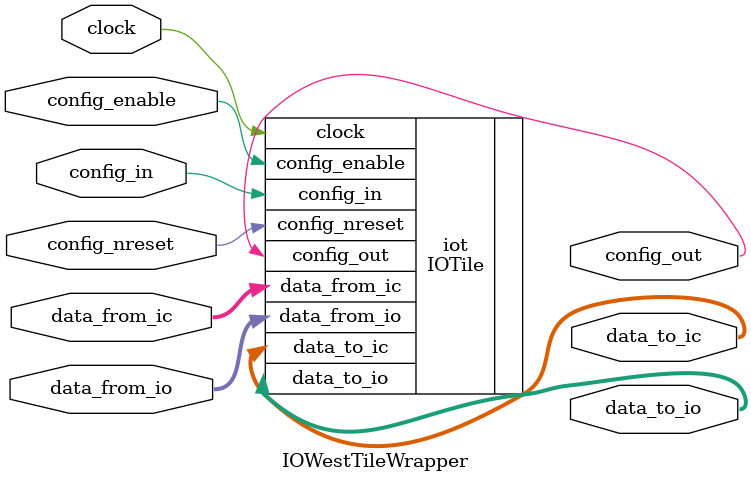
<source format=v>
module IOWestTileWrapper (
    input [3:0] data_from_io,
    output [3:0] data_to_io,
    input [9:0] data_from_ic,
    output [9:0] data_to_ic,
    input clock,
    input config_in,
    output config_out,
    input config_enable,
    input config_nreset
);
    IOTile #(.IO_PAIRS(4), .IC_PAIRS(10)) iot(
        .data_from_io(data_from_io),
        .data_to_io(data_to_io),
        .data_from_ic(data_from_ic),
        .data_to_ic(data_to_ic),
        .clock(clock),
        .config_in(config_in),
        .config_out(config_out),
        .config_enable(config_enable),
        .config_nreset(config_nreset)
    );
endmodule
</source>
